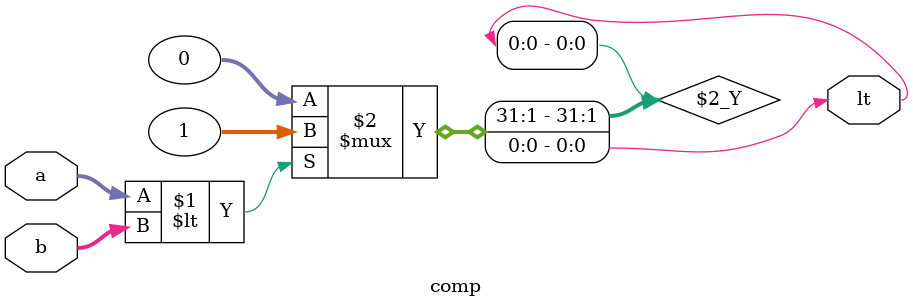
<source format=v>
`timescale 1ns / 1ps


module comp(
        input wire [3:0] a,
        input wire [3:0] b,
        output wire lt
    );
    assign lt =(a<b) ? 1:0;
endmodule

</source>
